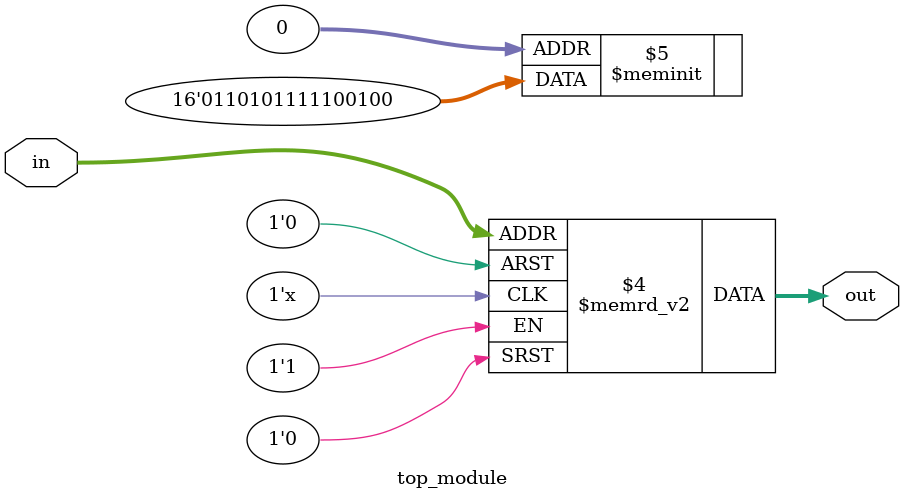
<source format=sv>
module top_module (
    input [2:0] in,
    output reg [1:0] out
);

    // Logic for addition
    always @*
    begin
        case (in)
            3'b000: out = 2'b00;
            3'b001: out = 2'b01;
            3'b010: out = 2'b10;
            3'b011: out = 2'b11;
            3'b100: out = 2'b11;
            3'b101: out = 2'b10;
            3'b110: out = 2'b10;
            3'b111: out = 2'b01;
            default: out = 2'b00;
        endcase
    end
  
endmodule

</source>
